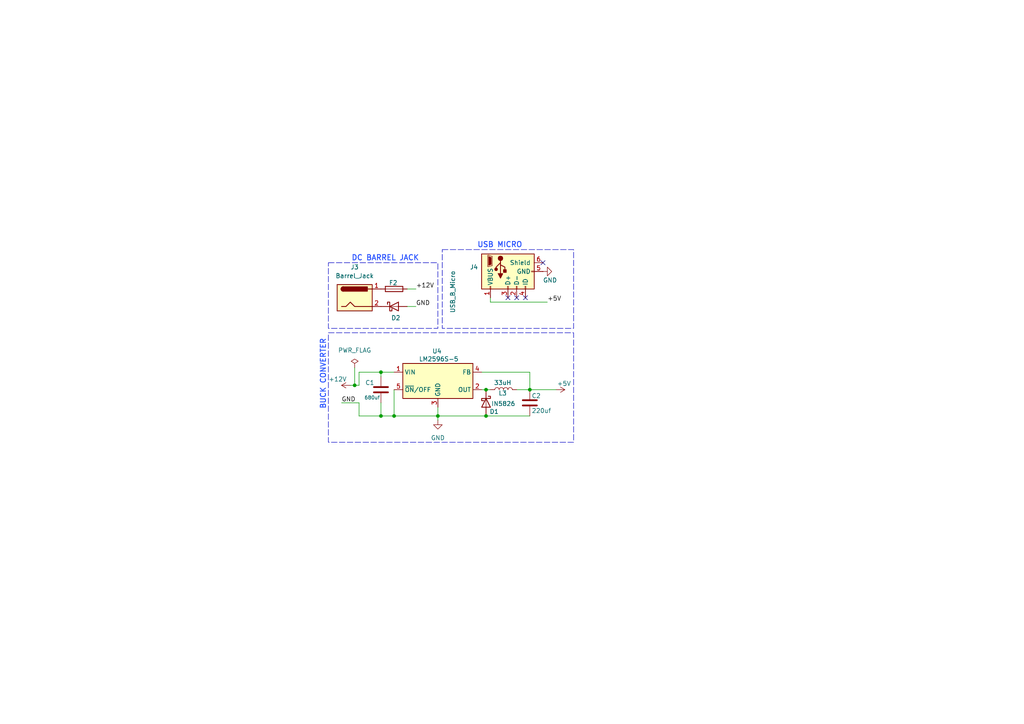
<source format=kicad_sch>
(kicad_sch (version 20250114) (generator "eeschema") (generator_version "9.0")
  (paper "A4")
  (lib_symbols
    (symbol "Connector:Barrel_Jack" (pin_names (offset 1.016))
      (property "Reference" "J" (at 0 5.334 0))
      (property "Value" "Barrel_Jack" (at 0 -5.08 0))
      (symbol "Barrel_Jack_0_1"
        (rectangle (start -5.08 3.81) (end 5.08 -3.81) (stroke (width 0.254)) (fill (type background)))
        (polyline (pts (xy -3.81 -2.54) (xy -2.54 -2.54) (xy -1.27 -1.27) (xy 0 -2.54) (xy 2.54 -2.54) (xy 5.08 -2.54)) (stroke (width 0.254)))
        (arc (start -3.302 1.905) (mid -3.9343 2.54) (end -3.302 3.175) (stroke (width 0.254)))
        (arc (start -3.302 1.905) (mid -3.9343 2.54) (end -3.302 3.175) (stroke (width 0.254)) (fill (type outline)))
        (rectangle (start 3.683 3.175) (end -3.302 1.905) (stroke (width 0.254)) (fill (type outline)))
        (polyline (pts (xy 5.08 2.54) (xy 3.81 2.54)) (stroke (width 0.254)))
      )
      (symbol "Barrel_Jack_1_1"
        (pin passive line (at 7.62 2.54 180) (length 2.54) (name "~") (number "1"))
        (pin passive line (at 7.62 -2.54 180) (length 2.54) (name "~") (number "2"))
      )
    )
    (symbol "Connector:USB_B_Micro" (pin_names (offset 1.016))
      (property "Reference" "J" (at -5.08 11.43 0))
      (property "Value" "USB_B_Micro" (at -5.08 8.89 0))
      (symbol "USB_B_Micro_0_1"
        (rectangle (start -5.08 -7.62) (end 5.08 7.62) (stroke (width 0.254)) (fill (type background)))
        (polyline (pts (xy -4.699 5.842) (xy -4.699 5.588) (xy -4.445 4.826) (xy -4.445 4.572) (xy -1.651 4.572) (xy -1.651 4.826) (xy -1.397 5.588) (xy -1.397 5.842) (xy -4.699 5.842)))
        (polyline (pts (xy -4.318 5.588) (xy -1.778 5.588) (xy -2.032 4.826) (xy -4.064 4.826) (xy -4.318 5.588)) (fill (type outline)))
        (circle (center -3.81 2.159) (radius 0.635) (stroke (width 0.254)) (fill (type outline)))
        (polyline (pts (xy -3.175 2.159) (xy -2.54 2.159) (xy -1.27 3.429) (xy -0.635 3.429)) (stroke (width 0.254)))
        (polyline (pts (xy -2.54 2.159) (xy -1.905 2.159) (xy -1.27 0.889) (xy 0 0.889)) (stroke (width 0.254)))
        (polyline (pts (xy -1.905 2.159) (xy 0.635 2.159)) (stroke (width 0.254)))
        (circle (center -0.635 3.429) (radius 0.381) (stroke (width 0.254)) (fill (type outline)))
        (rectangle (start -0.127 -7.62) (end 0.127 -6.858))
        (rectangle (start 0.254 1.27) (end -0.508 0.508) (stroke (width 0.254)) (fill (type outline)))
        (polyline (pts (xy 0.635 2.794) (xy 0.635 1.524) (xy 1.905 2.159) (xy 0.635 2.794)) (stroke (width 0.254)) (fill (type outline)))
        (rectangle (start 5.08 4.953) (end 4.318 5.207))
        (rectangle (start 5.08 -0.127) (end 4.318 0.127))
        (rectangle (start 5.08 -2.667) (end 4.318 -2.413))
        (rectangle (start 5.08 -5.207) (end 4.318 -4.953))
      )
      (symbol "USB_B_Micro_1_1"
        (pin passive line (at -2.54 -10.16 90) (length 2.54) (name "Shield") (number "6"))
        (pin power_out line (at 0 -10.16 90) (length 2.54) (name "GND") (number "5"))
        (pin power_out line (at 7.62 5.08 180) (length 2.54) (name "VBUS") (number "1"))
        (pin bidirectional line (at 7.62 0 180) (length 2.54) (name "D+") (number "3"))
        (pin bidirectional line (at 7.62 -2.54 180) (length 2.54) (name "D-") (number "2"))
        (pin passive line (at 7.62 -5.08 180) (length 2.54) (name "ID") (number "4"))
      )
    )
    (symbol "Device:C" (pin_numbers (hide yes)) (pin_names (offset 0.254))
      (property "Reference" "C" (at 0.635 2.54 0))
      (property "Value" "C" (at 0.635 -2.54 0))
      (symbol "C_0_1"
        (polyline (pts (xy -2.032 0.762) (xy 2.032 0.762)) (stroke (width 0.508)))
        (polyline (pts (xy -2.032 -0.762) (xy 2.032 -0.762)) (stroke (width 0.508)))
      )
      (symbol "C_1_1"
        (pin passive line (at 0 3.81 270) (length 2.794) (name "~") (number "1"))
        (pin passive line (at 0 -3.81 90) (length 2.794) (name "~") (number "2"))
      )
    )
    (symbol "Device:D_Schottky" (pin_numbers (hide yes)) (pin_names (offset 1.016) (hide yes))
      (property "Reference" "D" (at 0 2.54 0))
      (property "Value" "D_Schottky" (at 0 -2.54 0))
      (symbol "D_Schottky_0_1"
        (polyline (pts (xy -1.905 0.635) (xy -1.905 1.27) (xy -1.27 1.27) (xy -1.27 -1.27) (xy -0.635 -1.27) (xy -0.635 -0.635)) (stroke (width 0.254)))
        (polyline (pts (xy 1.27 1.27) (xy 1.27 -1.27) (xy -1.27 0) (xy 1.27 1.27)) (stroke (width 0.254)))
        (polyline (pts (xy 1.27 0) (xy -1.27 0)))
      )
      (symbol "D_Schottky_1_1"
        (pin passive line (at -3.81 0 0) (length 2.54) (name "K") (number "1"))
        (pin passive line (at 3.81 0 180) (length 2.54) (name "A") (number "2"))
      )
    )
    (symbol "Device:Fuse" (pin_numbers (hide yes)) (pin_names (offset 0))
      (property "Reference" "F" (at 2.032 0 90))
      (property "Value" "Fuse" (at -1.905 0 90))
      (symbol "Fuse_0_1"
        (rectangle (start -0.762 -2.54) (end 0.762 2.54) (stroke (width 0.254)))
        (polyline (pts (xy 0 2.54) (xy 0 -2.54)))
      )
      (symbol "Fuse_1_1"
        (pin passive line (at 0 3.81 270) (length 1.27) (name "~") (number "1"))
        (pin passive line (at 0 -3.81 90) (length 1.27) (name "~") (number "2"))
      )
    )
    (symbol "Device:L" (pin_numbers (hide yes)) (pin_names (offset 1.016) (hide yes))
      (property "Reference" "L" (at -1.27 0 90))
      (property "Value" "L" (at 1.905 0 90))
      (symbol "L_0_1"
        (arc (start 0 2.54) (mid 0.6323 1.905) (end 0 1.27))
        (arc (start 0 1.27) (mid 0.6323 0.635) (end 0 0))
        (arc (start 0 0) (mid 0.6323 -0.635) (end 0 -1.27))
        (arc (start 0 -1.27) (mid 0.6323 -1.905) (end 0 -2.54))
      )
      (symbol "L_1_1"
        (pin passive line (at 0 3.81 270) (length 1.27) (name "1") (number "1"))
        (pin passive line (at 0 -3.81 90) (length 1.27) (name "2") (number "2"))
      )
    )
    (symbol "Regulator_Switching:LM2596S-5"
      (property "Reference" "U" (at -10.16 6.35 0))
      (property "Value" "LM2596S-5" (at 0 6.35 0))
      (symbol "LM2596S-5_0_1"
        (rectangle (start -10.16 5.08) (end 10.16 -5.08) (stroke (width 0.254)) (fill (type background)))
      )
      (symbol "LM2596S-5_1_1"
        (pin power_in line (at -12.7 2.54 0) (length 2.54) (name "VIN") (number "1"))
        (pin input line (at -12.7 -2.54 0) (length 2.54) (name "~{ON}/OFF") (number "5"))
        (pin power_in line (at 0 -7.62 90) (length 2.54) (name "GND") (number "3"))
        (pin input line (at 12.7 2.54 180) (length 2.54) (name "FB") (number "4"))
        (pin output line (at 12.7 -2.54 180) (length 2.54) (name "OUT") (number "2"))
      )
    )
    (symbol "power:+12V" (power) (pin_numbers (hide yes)) (pin_names (offset 0) (hide yes))
      (property "Value" "+12V" (at 0 3.556 0))
      (symbol "+12V_0_1"
        (polyline (pts (xy -0.762 1.27) (xy 0 2.54)))
        (polyline (pts (xy 0 2.54) (xy 0.762 1.27)))
        (polyline (pts (xy 0 0) (xy 0 2.54)))
      )
      (symbol "+12V_1_1"
        (pin power_in line (at 0 0 90) (length 0) (name "~") (number "1"))
      )
    )
    (symbol "power:+5V" (power) (pin_numbers (hide yes)) (pin_names (offset 0) (hide yes))
      (property "Value" "+5V" (at 0 3.556 0))
      (symbol "+5V_0_1"
        (polyline (pts (xy -0.762 1.27) (xy 0 2.54)))
        (polyline (pts (xy 0 2.54) (xy 0.762 1.27)))
        (polyline (pts (xy 0 0) (xy 0 2.54)))
      )
      (symbol "+5V_1_1"
        (pin power_in line (at 0 0 90) (length 0) (name "~") (number "1"))
      )
    )
    (symbol "power:GND" (power) (pin_numbers (hide yes)) (pin_names (offset 0) (hide yes))
      (property "Value" "GND" (at 0 -3.81 0))
      (symbol "GND_0_1"
        (polyline (pts (xy 0 0) (xy 0 -1.27) (xy 1.27 -1.27) (xy 0 -2.54) (xy -1.27 -1.27) (xy 0 -1.27)))
      )
      (symbol "GND_1_1"
        (pin power_in line (at 0 0 270) (length 0) (name "~") (number "1"))
      )
    )
    (symbol "power:PWR_FLAG" (power) (pin_numbers (hide yes)) (pin_names (offset 0) (hide yes))
      (property "Value" "PWR_FLAG" (at 0 3.81 0))
      (symbol "PWR_FLAG_0_0"
        (pin power_out line (at 0 0 90) (length 0) (name "~") (number "1"))
      )
      (symbol "PWR_FLAG_0_1"
        (polyline (pts (xy 0 0) (xy 0 1.27) (xy -1.016 1.905) (xy 0 2.54) (xy 1.016 1.905) (xy 0 1.27)))
      )
    )
  )
  (rectangle (start 128.27 72.39) (end 166.37 95.25) (stroke (width 0) (type dash)))
  (rectangle (start 95.25 96.52) (end 166.37 128.27) (stroke (width 0) (type dash)))
  (rectangle (start 95.25 95.25) (end 127 76.2) (stroke (width 0) (type dash)))
  (text "DC BARREL JACK\n" (at 111.76 74.93 0) (effects (font (size 1.524 1.524) (thickness 0.254) (bold yes))))
  (text "BUCK CONVERTER \n" (at 93.726 107.95 90) (effects (font (size 1.524 1.524) (thickness 0.254) (bold yes))))
  (text "USB MICRO \n" (at 145.542 71.12 0) (effects (font (size 1.524 1.524) (thickness 0.254) (bold yes))))
  (junction (at 110.49 107.95))
  (junction (at 140.97 120.65))
  (junction (at 140.97 113.03))
  (junction (at 114.3 120.65))
  (junction (at 153.67 113.03))
  (junction (at 127 120.65))
  (junction (at 102.87 111.76))
  (junction (at 110.49 120.65))
  (no_connect (at 147.32 86.36))
  (no_connect (at 157.48 76.2))
  (no_connect (at 149.86 86.36))
  (no_connect (at 152.4 86.36))
  (wire (pts (xy 110.49 116.84) (xy 110.49 120.65)))
  (wire (pts (xy 139.7 107.95) (xy 153.67 107.95)))
  (wire (pts (xy 102.87 106.68) (xy 102.87 111.76)))
  (wire (pts (xy 153.67 113.03) (xy 161.29 113.03)))
  (wire (pts (xy 99.06 116.84) (xy 104.14 116.84)))
  (wire (pts (xy 102.87 111.76) (xy 104.14 111.76)))
  (wire (pts (xy 127 120.65) (xy 127 118.11)))
  (wire (pts (xy 153.67 107.95) (xy 153.67 113.03)))
  (wire (pts (xy 120.65 83.82) (xy 118.11 83.82)))
  (wire (pts (xy 158.75 87.63) (xy 142.24 87.63)))
  (wire (pts (xy 101.6 111.76) (xy 102.87 111.76)))
  (wire (pts (xy 142.24 87.63) (xy 142.24 86.36)))
  (wire (pts (xy 139.7 113.03) (xy 140.97 113.03)))
  (wire (pts (xy 104.14 120.65) (xy 110.49 120.65)))
  (wire (pts (xy 104.14 116.84) (xy 104.14 120.65)))
  (wire (pts (xy 110.49 107.95) (xy 114.3 107.95)))
  (wire (pts (xy 110.49 107.95) (xy 110.49 109.22)))
  (wire (pts (xy 127 121.92) (xy 127 120.65)))
  (wire (pts (xy 114.3 120.65) (xy 127 120.65)))
  (wire (pts (xy 104.14 107.95) (xy 110.49 107.95)))
  (wire (pts (xy 127 120.65) (xy 140.97 120.65)))
  (wire (pts (xy 149.86 113.03) (xy 153.67 113.03)))
  (wire (pts (xy 104.14 111.76) (xy 104.14 107.95)))
  (wire (pts (xy 140.97 120.65) (xy 153.67 120.65)))
  (wire (pts (xy 140.97 113.03) (xy 142.24 113.03)))
  (wire (pts (xy 120.65 88.9) (xy 118.11 88.9)))
  (wire (pts (xy 114.3 113.03) (xy 114.3 120.65)))
  (wire (pts (xy 110.49 120.65) (xy 114.3 120.65)))
  (label "+12V" (at 120.65 83.82 0))
  (label "GND" (at 120.65 88.9 0))
  (label "+5V" (at 158.75 87.63 0))
  (label "GND" (at 99.06 116.84 0))
  (symbol (lib_id "power:+12V") (at 101.6 111.76 90) (unit 1)
    (property "Reference" "#PWR08" (effects (hide yes)))
    (property "Value" "+12V" (at 100.584 109.982 90) (effects (justify left)))
    (property "Description" "Power symbol creates a global label with name \"+12V\"" (effects (hide yes)))
  )
  (symbol (lib_id "power:PWR_FLAG") (at 102.87 106.68 0) (unit 1)
    (property "Reference" "#FLG05" (effects (hide yes)))
    (property "Value" "PWR_FLAG" (at 102.87 101.6 0))
    (property "Description" "Special symbol for telling ERC where power comes from" (effects (hide yes)))
  )
  (symbol (lib_id "Device:C") (at 153.67 116.84 0) (unit 1)
    (property "Reference" "C2" (at 154.178 114.808 0) (effects (justify left)))
    (property "Value" "220uf" (at 154.178 119.126 0) (effects (justify left)))
    (property "Footprint" "Capacitor_THT:C_Disc_D3.0mm_W1.6mm_P2.50mm" (effects (hide yes)))
    (property "Description" "Unpolarized capacitor" (effects (hide yes)))
  )
  (symbol (lib_id "Connector:USB_B_Micro") (at 147.32 78.74 90) (mirror x) (unit 1)
    (property "Reference" "J4" (at 138.684 77.47 90) (effects (justify left)))
    (property "Value" "USB_B_Micro" (at 131.318 78.486 0) (effects (justify left)))
    (property "Footprint" "Connector_USB:USB_Micro-B_Molex-105017-0001" (effects (hide yes)))
    (property "Description" "USB Micro Type B connector" (effects (hide yes)))
    (property "Sim.Library" "C:\\Users\\Victus\\Downloads\\165096554-36-1734035-2\\1734035-2_3D.dwg" (effects (hide yes)))
  )
  (symbol (lib_id "power:GND") (at 127 121.92 0) (unit 1)
    (property "Reference" "#PWR09" (effects (hide yes)))
    (property "Value" "GND" (at 127 127 0))
    (property "Description" "Power symbol creates a global label with name \"GND\" , ground" (effects (hide yes)))
  )
  (symbol (lib_id "power:+5V") (at 161.29 113.03 270) (unit 1)
    (property "Reference" "#PWR010" (effects (hide yes)))
    (property "Value" "+5V" (at 161.544 111.252 90) (effects (justify left)))
    (property "Description" "Power symbol creates a global label with name \"+5V\"" (effects (hide yes)))
  )
  (symbol (lib_id "Connector:Barrel_Jack") (at 102.87 86.36 0) (unit 1)
    (property "Reference" "J3" (at 102.87 77.47 0))
    (property "Value" "Barrel_Jack" (at 102.87 80.01 0))
    (property "Footprint" "Connector_BarrelJack:BarrelJack_Wuerth_6941xx301002" (effects (hide yes)))
    (property "Description" "DC Barrel Jack" (effects (hide yes)))
  )
  (symbol (lib_id "Regulator_Switching:LM2596S-5") (at 127 110.49 0) (unit 1)
    (property "Reference" "U4" (at 126.746 101.854 0))
    (property "Value" "LM2596S-5" (at 127.254 104.14 0))
    (property "Footprint" "Package_TO_SOT_SMD:TO-263-5_TabPin3" (effects (hide yes)))
    (property "Datasheet" "http://www.ti.com/lit/ds/symlink/lm2596.pdf" (effects (hide yes)))
    (property "Description" "5V 3A Step-Down Voltage Regulator, TO-263" (effects (hide yes)))
  )
  (symbol (lib_id "Device:D_Schottky") (at 114.3 88.9 0) (unit 1)
    (property "Reference" "D2" (at 114.808 92.202 0))
    (property "Value" "D_Schottky" (effects (hide yes)))
    (property "Footprint" "Diode_THT:D_DO-15_P12.70mm_Horizontal" (effects (hide yes)))
    (property "Description" "Schottky diode" (effects (hide yes)))
  )
  (symbol (lib_id "Device:C") (at 110.49 113.03 0) (unit 1)
    (property "Reference" "C1" (at 105.918 110.998 0) (effects (justify left)))
    (property "Value" "680uf" (at 105.664 115.316 0) (effects (font (size 1.016 1.016)) (justify left)))
    (property "Footprint" "Capacitor_THT:C_Disc_D3.0mm_W1.6mm_P2.50mm" (effects (hide yes)))
    (property "Description" "Unpolarized capacitor" (effects (hide yes)))
  )
  (symbol (lib_id "Device:L") (at 146.05 113.03 90) (unit 1)
    (property "Reference" "L3" (at 145.796 114.046 90))
    (property "Value" "33uH" (at 145.796 110.998 90))
    (property "Footprint" "Inductor_THT:L_Axial_L16.0mm_D6.3mm_P25.40mm_Horizontal_Fastron_VHBCC" (effects (hide yes)))
    (property "Description" "Inductor" (effects (hide yes)))
  )
  (symbol (lib_id "Device:Fuse") (at 114.3 83.82 270) (unit 1)
    (property "Reference" "F2" (at 114.046 82.042 90))
    (property "Value" "Fuse" (effects (hide yes)))
    (property "Footprint" "Fuse:Fuse_Bourns_MF-SM_7.98x5.44mm" (effects (hide yes)))
    (property "Description" "Fuse" (effects (hide yes)))
  )
  (symbol (lib_id "power:GND") (at 157.48 78.74 90) (unit 1)
    (property "Reference" "#PWR011" (effects (hide yes)))
    (property "Value" "GND" (at 157.48 81.28 90) (effects (justify right)))
    (property "Description" "Power symbol creates a global label with name \"GND\" , ground" (effects (hide yes)))
  )
  (symbol (lib_id "Device:D_Schottky") (at 140.97 116.84 270) (unit 1)
    (property "Reference" "IN5826" (at 142.494 117.094 90) (effects (justify left)))
    (property "Value" "D1" (at 141.986 119.38 90) (effects (justify left)))
    (property "Footprint" "Diode_THT:D_5W_P12.70mm_Horizontal" (effects (hide yes)))
    (property "Description" "Schottky diode" (effects (hide yes)))
  )
)
</source>
